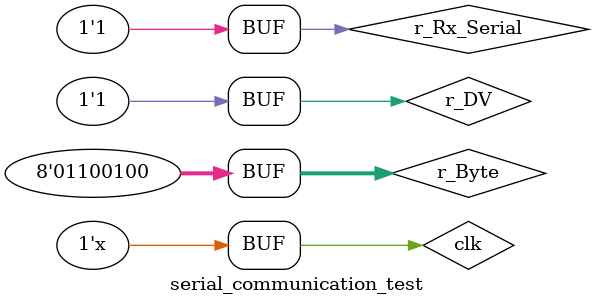
<source format=v>
`timescale 1ns/10ps

module serial_communication_test ();
 
    reg clk = 0;
    reg r_DV = 0;
    wire w_Done;
    reg [7:0] r_Byte = 0;
    reg r_Rx_Serial = 1;
    wire [7:0] w_R_Byte;
    wire w_Sig_Active;
    wire w_Serial_Data;
    wire w_DV;
    
    transmitter Transmitter (
        .clk(clk),
        .i_DV(r_DV),
        .i_Byte(r_Byte),
        .o_Sig_Active(w_Sig_Active),
        .o_Serial_Data(w_Serial_Data),
        .o_Sig_Done(w_Done)
    );

    receiver Receiver (
        .clk(clk),
        .i_Serial_Data(w_Serial_Data),
        .o_DV(w_DV),
        .o_Byte(w_R_Byte)
    );
   
    always #50
        clk <= !clk;

    initial begin
       
        $dumpfile("serial_communication_test.vcd");
        $dumpvars(0, serial_communication_test);
        
        r_DV <= 1'b1;
        r_Byte <= 8'd100;
        r_DV <= 1'b1;
      
        #10000000
        if (w_R_Byte == 8'd100)
            $display("Correct");
       
    end
   
endmodule
</source>
